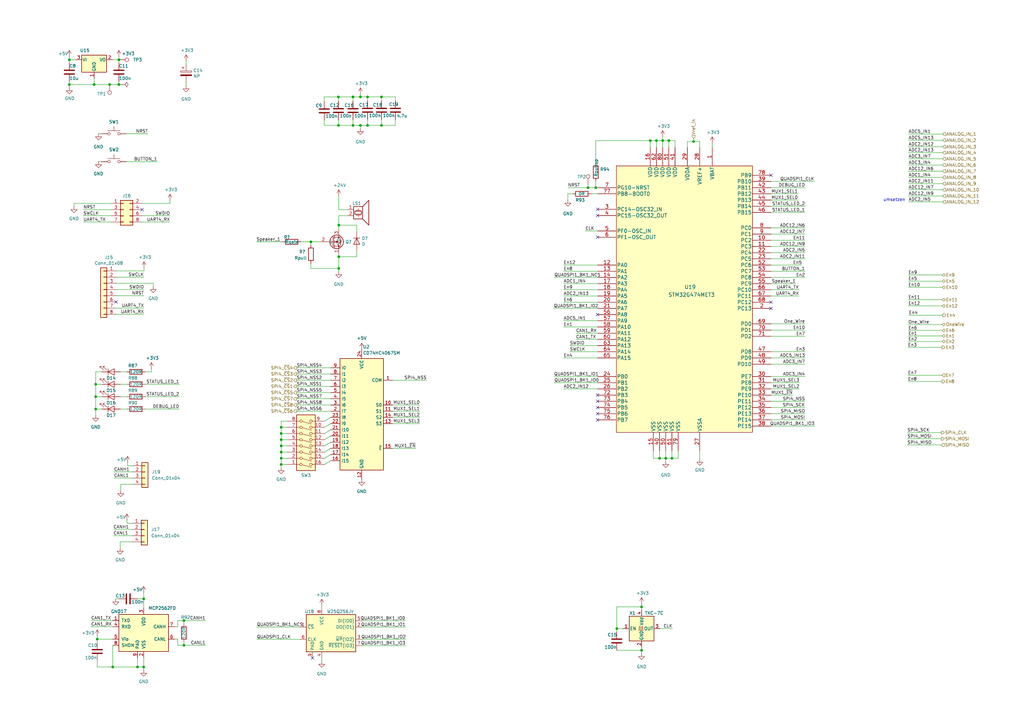
<source format=kicad_sch>
(kicad_sch (version 20211123) (generator eeschema)
  (paper "A3")
  (junction (at 28.448 24.511))
  (junction (at 138.811 51.435))
  (junction (at 138.811 39.751))
  (junction (at 39.878 262.128))
  (junction (at 156.464 51.435))
  (junction (at 271.78 57.658))
  (junction (at 44.958 34.671))
  (junction (at 115.316 190.5))
  (junction (at 39.243 162.687))
  (junction (at 48.768 24.511))
  (junction (at 58.928 245.618))
  (junction (at 39.243 167.767))
  (junction (at 75.438 264.668))
  (junction (at 138.938 110.109))
  (junction (at 28.448 34.671))
  (junction (at 252.984 257.81))
  (junction (at 150.749 39.751))
  (junction (at 115.316 175.26))
  (junction (at 284.48 58.039))
  (junction (at 138.938 92.329))
  (junction (at 39.243 157.607))
  (junction (at 266.7 57.658))
  (junction (at 115.316 180.34))
  (junction (at 115.316 187.96))
  (junction (at 144.78 39.751))
  (junction (at 147.828 39.751))
  (junction (at 241.173 76.962))
  (junction (at 156.464 39.751))
  (junction (at 46.228 273.558))
  (junction (at 138.938 105.283))
  (junction (at 48.768 34.671))
  (junction (at 270.51 187.96))
  (junction (at 115.316 182.88))
  (junction (at 58.928 273.558))
  (junction (at 275.59 187.96))
  (junction (at 150.749 51.435))
  (junction (at 263.144 248.92))
  (junction (at 263.144 266.7))
  (junction (at 38.608 34.671))
  (junction (at 56.388 273.558))
  (junction (at 147.828 51.435))
  (junction (at 75.438 254.508))
  (junction (at 115.316 177.8))
  (junction (at 127.508 99.187))
  (junction (at 273.05 187.96))
  (junction (at 269.24 57.658))
  (junction (at 274.32 57.658))
  (junction (at 244.348 76.962))
  (junction (at 144.78 51.435))
  (junction (at 115.316 185.42))
  (no_connect (at 245.11 162.052))
  (no_connect (at 245.11 164.592))
  (no_connect (at 316.23 123.952))
  (no_connect (at 245.11 167.132))
  (no_connect (at 128.143 269.875))
  (no_connect (at 316.23 71.882))
  (no_connect (at 245.11 129.032))
  (no_connect (at 47.625 123.825))
  (no_connect (at 245.11 169.672))
  (no_connect (at 245.11 172.212))
  (no_connect (at 245.11 85.852))
  (no_connect (at 245.11 88.392))
  (no_connect (at 245.11 97.282))
  (no_connect (at 316.23 126.492))
  (no_connect (at 58.293 85.979))
  (wire (pts (xy 49.403 157.607) (xy 51.943 157.607)))
  (wire (pts (xy 127.508 110.109) (xy 138.938 110.109)))
  (wire (pts (xy 245.11 126.492) (xy 227.076 126.492)))
  (wire (pts (xy 325.12 162.052) (xy 316.23 162.052)))
  (wire (pts (xy 38.608 34.671) (xy 28.448 34.671)))
  (wire (pts (xy 386.334 156.464) (xy 372.364 156.464)))
  (wire (pts (xy 231.14 123.952) (xy 245.11 123.952)))
  (wire (pts (xy 244.348 76.962) (xy 245.11 76.962)))
  (wire (pts (xy 133.096 175.26) (xy 135.636 173.736)))
  (wire (pts (xy 59.055 113.665) (xy 47.625 113.665)))
  (wire (pts (xy 330.2 169.672) (xy 316.23 169.672)))
  (wire (pts (xy 372.618 67.691) (xy 386.588 67.691)))
  (wire (pts (xy 386.588 54.991) (xy 372.618 54.991)))
  (wire (pts (xy 115.316 175.26) (xy 115.316 172.72)))
  (wire (pts (xy 39.878 262.128) (xy 39.878 263.398)))
  (wire (pts (xy 263.144 248.92) (xy 252.984 248.92)))
  (wire (pts (xy 62.865 116.205) (xy 47.625 116.205)))
  (wire (pts (xy 72.898 264.668) (xy 72.898 262.128)))
  (wire (pts (xy 372.618 75.311) (xy 386.588 75.311)))
  (wire (pts (xy 150.749 51.435) (xy 156.464 51.435)))
  (wire (pts (xy 127.508 108.077) (xy 127.508 110.109)))
  (wire (pts (xy 54.102 219.71) (xy 46.482 219.71)))
  (wire (pts (xy 115.316 177.8) (xy 115.316 175.26)))
  (wire (pts (xy 292.1 58.674) (xy 292.1 60.452)))
  (wire (pts (xy 144.78 51.435) (xy 147.828 51.435)))
  (wire (pts (xy 330.2 106.172) (xy 316.23 106.172)))
  (wire (pts (xy 227.33 113.792) (xy 245.11 113.792)))
  (wire (pts (xy 28.448 24.511) (xy 28.448 23.241)))
  (wire (pts (xy 161.036 173.736) (xy 172.212 173.736)))
  (wire (pts (xy 241.173 76.962) (xy 244.348 76.962)))
  (wire (pts (xy 28.448 34.671) (xy 28.448 33.401)))
  (wire (pts (xy 372.618 82.804) (xy 386.588 82.804)))
  (wire (pts (xy 273.05 184.912) (xy 273.05 187.96)))
  (wire (pts (xy 58.928 269.748) (xy 58.928 273.558)))
  (wire (pts (xy 135.636 155.956) (xy 121.666 155.956)))
  (wire (pts (xy 138.811 49.149) (xy 138.811 51.435)))
  (wire (pts (xy 245.11 146.812) (xy 231.14 146.812)))
  (wire (pts (xy 133.096 185.42) (xy 135.636 183.896)))
  (wire (pts (xy 41.783 157.607) (xy 39.243 157.607)))
  (wire (pts (xy 244.348 57.658) (xy 266.7 57.658)))
  (wire (pts (xy 62.865 116.205) (xy 62.865 117.475)))
  (wire (pts (xy 30.353 83.439) (xy 30.353 84.709)))
  (wire (pts (xy 30.988 24.511) (xy 28.448 24.511)))
  (wire (pts (xy 281.94 60.452) (xy 281.94 58.039)))
  (wire (pts (xy 58.928 245.618) (xy 56.388 245.618)))
  (wire (pts (xy 115.316 190.5) (xy 115.316 191.77)))
  (wire (pts (xy 59.055 126.365) (xy 47.625 126.365)))
  (wire (pts (xy 263.144 248.92) (xy 263.144 247.65)))
  (wire (pts (xy 274.32 57.658) (xy 274.32 60.452)))
  (wire (pts (xy 146.304 102.743) (xy 146.304 105.283)))
  (wire (pts (xy 75.438 263.398) (xy 75.438 264.668)))
  (wire (pts (xy 41.783 152.527) (xy 39.243 152.527)))
  (wire (pts (xy 148.463 257.175) (xy 166.37 257.175)))
  (wire (pts (xy 117.856 180.34) (xy 115.316 180.34)))
  (wire (pts (xy 138.938 80.391) (xy 138.938 85.979)))
  (wire (pts (xy 372.491 112.776) (xy 386.461 112.776)))
  (wire (pts (xy 275.59 187.96) (xy 278.13 187.96)))
  (wire (pts (xy 76.327 26.289) (xy 76.327 25.019)))
  (wire (pts (xy 132.969 49.276) (xy 132.969 51.435)))
  (wire (pts (xy 316.23 159.512) (xy 327.914 159.512)))
  (wire (pts (xy 147.828 38.608) (xy 147.828 39.751)))
  (wire (pts (xy 316.23 108.712) (xy 328.93 108.712)))
  (wire (pts (xy 271.78 57.658) (xy 274.32 57.658)))
  (wire (pts (xy 37.338 257.048) (xy 46.228 257.048)))
  (wire (pts (xy 49.403 167.767) (xy 51.943 167.767)))
  (wire (pts (xy 138.938 110.109) (xy 138.938 111.379)))
  (wire (pts (xy 59.055 121.285) (xy 47.625 121.285)))
  (wire (pts (xy 133.096 182.88) (xy 135.636 181.356)))
  (wire (pts (xy 48.768 245.618) (xy 47.498 245.618)))
  (wire (pts (xy 48.768 24.511) (xy 48.768 25.781)))
  (wire (pts (xy 47.625 118.745) (xy 59.055 118.745)))
  (wire (pts (xy 41.656 54.864) (xy 40.386 54.864)))
  (wire (pts (xy 41.783 167.767) (xy 39.243 167.767)))
  (wire (pts (xy 231.14 118.872) (xy 245.11 118.872)))
  (wire (pts (xy 34.163 91.059) (xy 45.593 91.059)))
  (wire (pts (xy 386.588 65.151) (xy 372.618 65.151)))
  (wire (pts (xy 58.928 273.558) (xy 56.388 273.558)))
  (wire (pts (xy 72.898 254.508) (xy 72.898 257.048)))
  (wire (pts (xy 133.096 187.96) (xy 135.636 186.436)))
  (wire (pts (xy 58.928 274.828) (xy 58.928 273.558)))
  (wire (pts (xy 39.243 152.527) (xy 39.243 157.607)))
  (wire (pts (xy 252.984 257.81) (xy 252.984 259.08)))
  (wire (pts (xy 372.618 77.851) (xy 386.588 77.851)))
  (wire (pts (xy 330.2 172.212) (xy 316.23 172.212)))
  (wire (pts (xy 58.928 245.618) (xy 58.928 243.078)))
  (wire (pts (xy 56.388 269.748) (xy 56.388 273.558)))
  (wire (pts (xy 115.316 180.34) (xy 115.316 177.8)))
  (wire (pts (xy 115.316 172.72) (xy 117.856 172.72)))
  (wire (pts (xy 316.23 132.842) (xy 330.2 132.842)))
  (wire (pts (xy 28.448 25.781) (xy 28.448 24.511)))
  (wire (pts (xy 242.443 79.502) (xy 245.11 79.502)))
  (wire (pts (xy 275.59 184.912) (xy 275.59 187.96)))
  (wire (pts (xy 46.228 273.558) (xy 39.878 273.558)))
  (wire (pts (xy 48.768 24.511) (xy 46.228 24.511)))
  (wire (pts (xy 135.636 150.876) (xy 121.666 150.876)))
  (wire (pts (xy 39.243 167.767) (xy 39.243 170.307)))
  (wire (pts (xy 273.05 187.96) (xy 273.05 189.23)))
  (wire (pts (xy 105.283 257.175) (xy 123.063 257.175)))
  (wire (pts (xy 117.856 175.26) (xy 115.316 175.26)))
  (wire (pts (xy 236.22 139.192) (xy 245.11 139.192)))
  (wire (pts (xy 147.828 51.435) (xy 150.749 51.435)))
  (wire (pts (xy 75.438 264.668) (xy 84.328 264.668)))
  (wire (pts (xy 132.969 51.435) (xy 138.811 51.435)))
  (wire (pts (xy 227.203 154.432) (xy 245.11 154.432)))
  (wire (pts (xy 46.228 264.668) (xy 46.228 273.558)))
  (wire (pts (xy 117.856 190.5) (xy 115.316 190.5)))
  (wire (pts (xy 133.096 180.34) (xy 135.636 178.816)))
  (wire (pts (xy 58.928 249.428) (xy 58.928 245.618)))
  (wire (pts (xy 138.938 104.267) (xy 138.938 105.283)))
  (wire (pts (xy 245.11 111.252) (xy 231.14 111.252)))
  (wire (pts (xy 54.356 196.088) (xy 46.736 196.088)))
  (wire (pts (xy 316.23 93.472) (xy 330.2 93.472)))
  (wire (pts (xy 39.243 162.687) (xy 39.243 167.767)))
  (wire (pts (xy 44.958 34.671) (xy 38.608 34.671)))
  (wire (pts (xy 115.316 182.88) (xy 115.316 185.42)))
  (wire (pts (xy 287.02 184.912) (xy 287.02 188.341)))
  (wire (pts (xy 386.715 129.286) (xy 372.745 129.286)))
  (wire (pts (xy 144.78 49.149) (xy 144.78 51.435)))
  (wire (pts (xy 133.096 172.72) (xy 135.636 171.196)))
  (wire (pts (xy 115.316 177.8) (xy 117.856 177.8)))
  (wire (pts (xy 75.438 264.668) (xy 72.898 264.668)))
  (wire (pts (xy 59.563 167.767) (xy 73.533 167.767)))
  (wire (pts (xy 123.444 99.187) (xy 127.508 99.187)))
  (wire (pts (xy 372.618 70.231) (xy 386.588 70.231)))
  (wire (pts (xy 372.491 115.316) (xy 386.461 115.316)))
  (wire (pts (xy 49.276 222.25) (xy 54.102 222.25)))
  (wire (pts (xy 372.491 122.936) (xy 386.461 122.936)))
  (wire (pts (xy 162.179 51.435) (xy 162.179 49.022)))
  (wire (pts (xy 252.984 248.92) (xy 252.984 257.81)))
  (wire (pts (xy 58.293 91.059) (xy 69.723 91.059)))
  (wire (pts (xy 244.348 66.802) (xy 244.348 57.658)))
  (wire (pts (xy 135.636 158.496) (xy 121.666 158.496)))
  (wire (pts (xy 59.563 157.607) (xy 73.533 157.607)))
  (wire (pts (xy 51.816 66.294) (xy 64.516 66.294)))
  (wire (pts (xy 135.636 153.416) (xy 121.666 153.416)))
  (wire (pts (xy 69.723 83.439) (xy 69.723 82.169)))
  (wire (pts (xy 54.356 193.548) (xy 46.736 193.548)))
  (wire (pts (xy 263.144 267.97) (xy 263.144 266.7)))
  (wire (pts (xy 267.97 187.96) (xy 270.51 187.96)))
  (wire (pts (xy 28.448 35.941) (xy 28.448 34.671)))
  (wire (pts (xy 263.144 250.19) (xy 263.144 248.92)))
  (wire (pts (xy 271.78 56.134) (xy 271.78 57.658)))
  (wire (pts (xy 47.625 128.905) (xy 59.055 128.905)))
  (wire (pts (xy 127.508 99.187) (xy 131.318 99.187)))
  (wire (pts (xy 52.07 213.36) (xy 52.07 214.63)))
  (wire (pts (xy 316.23 116.332) (xy 326.39 116.332)))
  (wire (pts (xy 34.163 88.519) (xy 45.593 88.519)))
  (wire (pts (xy 316.23 174.752) (xy 334.137 174.752)))
  (wire (pts (xy 47.625 111.125) (xy 59.055 111.125)))
  (wire (pts (xy 48.768 23.241) (xy 48.768 24.511)))
  (wire (pts (xy 144.78 39.751) (xy 144.78 41.529)))
  (wire (pts (xy 58.293 88.519) (xy 69.723 88.519)))
  (wire (pts (xy 59.055 111.125) (xy 59.055 109.855)))
  (wire (pts (xy 135.636 168.656) (xy 121.666 168.656)))
  (wire (pts (xy 244.348 74.422) (xy 244.348 76.962)))
  (wire (pts (xy 330.2 135.382) (xy 316.23 135.382)))
  (wire (pts (xy 156.464 39.751) (xy 162.179 39.751)))
  (wire (pts (xy 49.53 198.628) (xy 49.53 201.168)))
  (wire (pts (xy 255.524 257.81) (xy 252.984 257.81)))
  (wire (pts (xy 138.938 92.329) (xy 138.938 94.107)))
  (wire (pts (xy 330.2 113.792) (xy 316.23 113.792)))
  (wire (pts (xy 76.327 35.179) (xy 76.327 33.909)))
  (wire (pts (xy 135.636 166.116) (xy 121.666 166.116)))
  (wire (pts (xy 330.2 96.012) (xy 316.23 96.012)))
  (wire (pts (xy 232.918 76.962) (xy 241.173 76.962)))
  (wire (pts (xy 316.23 137.922) (xy 330.2 137.922)))
  (wire (pts (xy 37.338 254.508) (xy 46.228 254.508)))
  (wire (pts (xy 144.78 39.751) (xy 147.828 39.751)))
  (wire (pts (xy 245.11 108.712) (xy 231.14 108.712)))
  (wire (pts (xy 316.23 76.962) (xy 330.2 76.962)))
  (wire (pts (xy 386.334 153.924) (xy 372.364 153.924)))
  (wire (pts (xy 372.364 142.494) (xy 386.334 142.494)))
  (wire (pts (xy 269.24 57.658) (xy 269.24 60.452)))
  (wire (pts (xy 147.828 39.751) (xy 150.749 39.751)))
  (wire (pts (xy 372.618 72.771) (xy 386.588 72.771)))
  (wire (pts (xy 156.464 51.435) (xy 162.179 51.435)))
  (wire (pts (xy 133.096 177.8) (xy 135.636 176.276)))
  (wire (pts (xy 117.856 182.88) (xy 115.316 182.88)))
  (wire (pts (xy 62.103 151.257) (xy 62.103 152.527)))
  (wire (pts (xy 278.13 187.96) (xy 278.13 184.912)))
  (wire (pts (xy 46.228 262.128) (xy 39.878 262.128)))
  (wire (pts (xy 236.22 136.652) (xy 245.11 136.652)))
  (wire (pts (xy 273.05 187.96) (xy 275.59 187.96)))
  (wire (pts (xy 75.438 255.778) (xy 75.438 254.508)))
  (wire (pts (xy 245.11 156.972) (xy 227.33 156.972)))
  (wire (pts (xy 276.86 57.658) (xy 276.86 60.452)))
  (wire (pts (xy 133.096 190.5) (xy 135.636 188.976)))
  (wire (pts (xy 284.48 58.039) (xy 287.02 58.039)))
  (wire (pts (xy 117.856 185.42) (xy 115.316 185.42)))
  (wire (pts (xy 316.23 82.042) (xy 327.279 82.042)))
  (wire (pts (xy 132.969 39.751) (xy 138.811 39.751)))
  (wire (pts (xy 330.2 103.632) (xy 316.23 103.632)))
  (wire (pts (xy 266.7 57.658) (xy 266.7 60.452)))
  (wire (pts (xy 117.856 187.96) (xy 115.316 187.96)))
  (wire (pts (xy 386.588 62.611) (xy 372.618 62.611)))
  (wire (pts (xy 127.508 100.457) (xy 127.508 99.187)))
  (wire (pts (xy 284.48 56.769) (xy 284.48 58.039)))
  (wire (pts (xy 138.938 88.519) (xy 138.938 92.329)))
  (wire (pts (xy 241.173 76.962) (xy 241.173 75.692)))
  (wire (pts (xy 161.036 168.656) (xy 172.212 168.656)))
  (wire (pts (xy 161.036 183.896) (xy 170.561 183.896)))
  (wire (pts (xy 135.636 161.036) (xy 121.666 161.036)))
  (wire (pts (xy 270.51 184.912) (xy 270.51 187.96)))
  (wire (pts (xy 49.53 198.628) (xy 54.356 198.628)))
  (wire (pts (xy 105.156 99.187) (xy 115.824 99.187)))
  (wire (pts (xy 62.103 152.527) (xy 59.563 152.527)))
  (wire (pts (xy 274.32 57.658) (xy 276.86 57.658)))
  (wire (pts (xy 138.811 39.751) (xy 144.78 39.751)))
  (wire (pts (xy 330.2 154.432) (xy 316.23 154.432)))
  (wire (pts (xy 161.036 166.116) (xy 172.212 166.116)))
  (wire (pts (xy 39.243 157.607) (xy 39.243 162.687)))
  (wire (pts (xy 316.23 144.272) (xy 330.2 144.272)))
  (wire (pts (xy 386.461 140.081) (xy 372.491 140.081)))
  (wire (pts (xy 240.03 94.742) (xy 245.11 94.742)))
  (wire (pts (xy 245.11 159.512) (xy 231.14 159.512)))
  (wire (pts (xy 232.918 82.042) (xy 232.918 79.502)))
  (wire (pts (xy 372.11 182.499) (xy 386.08 182.499)))
  (wire (pts (xy 58.293 83.439) (xy 69.723 83.439)))
  (wire (pts (xy 287.02 58.039) (xy 287.02 60.452)))
  (wire (pts (xy 146.304 105.283) (xy 138.938 105.283)))
  (wire (pts (xy 48.768 33.401) (xy 48.768 34.671)))
  (wire (pts (xy 372.11 179.959) (xy 386.08 179.959)))
  (wire (pts (xy 330.2 87.122) (xy 316.23 87.122)))
  (wire (pts (xy 41.656 66.294) (xy 40.386 66.294)))
  (wire (pts (xy 148.463 264.795) (xy 166.37 264.795)))
  (wire (pts (xy 38.608 34.671) (xy 38.608 32.131)))
  (wire (pts (xy 52.07 214.63) (xy 54.102 214.63)))
  (wire (pts (xy 386.08 177.419) (xy 372.11 177.419)))
  (wire (pts (xy 269.24 57.658) (xy 271.78 57.658)))
  (wire (pts (xy 115.316 182.88) (xy 115.316 180.34)))
  (wire (pts (xy 52.324 191.008) (xy 54.356 191.008)))
  (wire (pts (xy 372.618 80.391) (xy 386.588 80.391)))
  (wire (pts (xy 138.811 39.751) (xy 138.811 41.529)))
  (wire (pts (xy 51.943 152.527) (xy 49.403 152.527)))
  (wire (pts (xy 275.844 257.81) (xy 270.764 257.81)))
  (wire (pts (xy 270.51 187.96) (xy 273.05 187.96)))
  (wire (pts (xy 316.23 167.132) (xy 330.2 167.132)))
  (wire (pts (xy 316.23 146.812) (xy 330.2 146.812)))
  (wire (pts (xy 161.036 155.956) (xy 175.006 155.956)))
  (wire (pts (xy 334.01 74.422) (xy 316.23 74.422)))
  (wire (pts (xy 156.464 39.751) (xy 156.464 41.402)))
  (wire (pts (xy 41.783 162.687) (xy 39.243 162.687)))
  (wire (pts (xy 105.283 262.255) (xy 123.063 262.255)))
  (wire (pts (xy 150.749 49.022) (xy 150.749 51.435)))
  (wire (pts (xy 316.23 156.972) (xy 327.914 156.972)))
  (wire (pts (xy 161.036 171.196) (xy 172.212 171.196)))
  (wire (pts (xy 316.23 84.582) (xy 330.2 84.582)))
  (wire (pts (xy 131.953 249.555) (xy 131.953 248.285)))
  (wire (pts (xy 386.461 133.096) (xy 372.491 133.096)))
  (wire (pts (xy 59.563 162.687) (xy 73.533 162.687)))
  (wire (pts (xy 232.918 79.502) (xy 234.823 79.502)))
  (wire (pts (xy 131.953 269.875) (xy 131.953 271.145)))
  (wire (pts (xy 245.11 116.332) (xy 231.14 116.332)))
  (wire (pts (xy 386.588 60.198) (xy 372.618 60.198)))
  (wire (pts (xy 316.23 79.502) (xy 327.279 79.502)))
  (wire (pts (xy 372.491 117.856) (xy 386.461 117.856)))
  (wire (pts (xy 30.353 83.439) (xy 45.593 83.439)))
  (wire (pts (xy 147.828 51.435) (xy 147.828 52.705)))
  (wire (pts (xy 233.68 144.272) (xy 245.11 144.272)))
  (wire (pts (xy 330.2 149.352) (xy 316.23 149.352)))
  (wire (pts (xy 71.628 257.048) (xy 72.898 257.048)))
  (wire (pts (xy 156.464 49.022) (xy 156.464 51.435)))
  (wire (pts (xy 271.78 57.658) (xy 271.78 60.452)))
  (wire (pts (xy 138.938 105.283) (xy 138.938 110.109)))
  (wire (pts (xy 115.316 187.96) (xy 115.316 190.5)))
  (wire (pts (xy 142.494 88.519) (xy 138.938 88.519)))
  (wire (pts (xy 135.636 163.576) (xy 121.666 163.576)))
  (wire (pts (xy 146.304 92.329) (xy 138.938 92.329)))
  (wire (pts (xy 54.102 217.17) (xy 46.482 217.17)))
  (wire (pts (xy 49.276 222.25) (xy 49.276 224.79)))
  (wire (pts (xy 138.938 85.979) (xy 142.494 85.979)))
  (wire (pts (xy 150.749 39.751) (xy 156.464 39.751)))
  (wire (pts (xy 316.23 121.412) (xy 327.66 121.412)))
  (wire (pts (xy 330.2 98.552) (xy 316.23 98.552)))
  (wire (pts (xy 330.2 101.092) (xy 316.23 101.092)))
  (wire (pts (xy 51.943 162.687) (xy 49.403 162.687)))
  (wire (pts (xy 72.898 254.508) (xy 75.438 254.508)))
  (wire (pts (xy 39.878 262.128) (xy 39.878 260.858)))
  (wire (pts (xy 34.163 85.979) (xy 45.593 85.979)))
  (wire (pts (xy 245.11 141.732) (xy 233.68 141.732)))
  (wire (pts (xy 56.388 273.558) (xy 46.228 273.558)))
  (wire (pts (xy 386.461 137.795) (xy 372.491 137.795)))
  (wire (pts (xy 75.438 254.508) (xy 84.328 254.508)))
  (wire (pts (xy 148.463 254.635) (xy 166.243 254.635)))
  (wire (pts (xy 252.984 266.7) (xy 263.144 266.7)))
  (wire (pts (xy 132.969 41.656) (xy 132.969 39.751)))
  (wire (pts (xy 231.14 131.572) (xy 245.11 131.572)))
  (wire (pts (xy 115.316 185.42) (xy 115.316 187.96)))
  (wire (pts (xy 266.7 57.658) (xy 269.24 57.658)))
  (wire (pts (xy 245.11 121.412) (xy 231.14 121.412)))
  (wire (pts (xy 327.66 118.872) (xy 316.23 118.872)))
  (wire (pts (xy 50.038 34.671) (xy 48.768 34.671)))
  (wire (pts (xy 148.463 262.255) (xy 166.497 262.255)))
  (wire (pts (xy 162.179 39.751) (xy 162.179 41.402)))
  (wire (pts (xy 281.94 58.039) (xy 284.48 58.039)))
  (wire (pts (xy 48.768 34.671) (xy 44.958 34.671)))
  (wire (pts (xy 245.11 134.112) (xy 231.14 134.112)))
  (wire (pts (xy 51.816 54.864) (xy 60.706 54.864)))
  (wire (pts (xy 316.23 111.252) (xy 330.2 111.252)))
  (wire (pts (xy 52.324 189.738) (xy 52.324 191.008)))
  (wire (pts (xy 150.749 39.751) (xy 150.749 41.402)))
  (wire (pts (xy 316.23 164.592) (xy 330.2 164.592)))
  (wire (pts (xy 263.144 266.7) (xy 263.144 265.43)))
  (wire (pts (xy 372.491 125.476) (xy 386.461 125.476)))
  (wire (pts (xy 386.588 57.531) (xy 372.618 57.531)))
  (wire (pts (xy 386.461 135.509) (xy 372.491 135.509)))
  (wire (pts (xy 39.878 273.558) (xy 39.878 271.018)))
  (wire (pts (xy 138.811 51.435) (xy 144.78 51.435)))
  (wire (pts (xy 267.97 184.912) (xy 267.97 187.96)))
  (wire (pts (xy 72.898 262.128) (xy 71.628 262.128)))
  (wire (pts (xy 146.304 95.123) (xy 146.304 92.329)))
  (text "umsetzen" (at 362.204 82.804 0) (effects (font (size 1.27 1.27)) (justify left bottom)))
  (label "MUX1_SEL2" (at 172.212 171.196 180))
  (label "SWCLK" (at 59.055 113.665 180))
  (label "SWDIO" (at 69.723 88.519 180))
  (label "ADC12_IN9" (at 372.618 80.391 0))
  (label "CANL1" (at 46.482 219.71 0))
  (label "ADC3_IN4" (at 372.618 67.691 0))
  (label "ADC5_IN13" (at 330.2 146.812 180))
  (label "ADC1_IN4" (at 372.618 72.771 0))
  (label "En4" (at 231.14 146.812 0))
  (label "MUX1_SEL0" (at 172.212 166.116 180))
  (label "CAN1_TX" (at 37.338 254.508 0))
  (label "En6" (at 372.491 135.509 0))
  (label "En8" (at 372.364 156.464 0))
  (label "MUX1_SEL3" (at 172.212 173.736 180))
  (label "ADC12_IN6" (at 330.2 93.472 180))
  (label "ADC12_IN7" (at 372.618 77.851 0))
  (label "QUADSPI1_BK1_IO3" (at 334.137 174.752 180))
  (label "ADC3_IN7" (at 372.618 65.151 0))
  (label "SPI4_NSS6" (at 121.666 168.656 0))
  (label "En12" (at 231.14 108.712 0))
  (label "QUADSPI1_BK1_IO1" (at 166.37 257.175 180))
  (label "QUADSPI1_BK1_NCS" (at 227.33 113.792 0))
  (label "SPI4_MISO" (at 372.11 182.499 0))
  (label "QUADSPI1_BK1_NCS" (at 105.283 257.175 0))
  (label "ADC1_IN4" (at 231.14 116.332 0))
  (label "En6" (at 231.14 123.952 0))
  (label "ADC2_IN13" (at 231.14 121.412 0))
  (label "ADC3_IN7" (at 330.2 149.352 180))
  (label "MUX1_SEL0" (at 327.279 82.042 180))
  (label "SPI4_NSS" (at 330.2 164.592 180))
  (label "QUADSPI1_BK1_IO2" (at 166.497 262.255 180))
  (label "STATUS_LED_1" (at 330.2 87.122 180))
  (label "One_Wire" (at 330.2 132.842 180))
  (label "DEBUG_LED" (at 330.2 76.962 180))
  (label "SPI4_NSS5" (at 121.666 161.036 0))
  (label "SWCLK" (at 233.68 144.272 0))
  (label "MUX1_~{EN}" (at 325.12 162.052 180))
  (label "CANH1" (at 84.328 254.508 180))
  (label "MUX1_~{EN}" (at 170.561 183.896 180))
  (label "BUTTON_1" (at 64.516 66.294 180))
  (label "En11" (at 330.2 98.552 180))
  (label "En1" (at 372.491 137.795 0))
  (label "CANH1" (at 46.482 217.17 0))
  (label "MUX1_SEL1" (at 327.279 79.502 180))
  (label "ADC2_IN5" (at 372.618 82.804 0))
  (label "CANL1" (at 46.736 196.088 0))
  (label "ADC3_IN4" (at 330.2 154.432 180))
  (label "CANL1" (at 84.328 264.668 180))
  (label "En8" (at 231.14 111.252 0))
  (label "SPI4_NSS1" (at 121.666 158.496 0))
  (label "En2" (at 372.491 140.081 0))
  (label "SWDIO" (at 233.68 141.732 0))
  (label "ADC5_IN1" (at 372.618 54.991 0))
  (label "ADC12_IN9" (at 330.2 101.092 180))
  (label "UART4_RX" (at 69.723 91.059 180))
  (label "UART4_TX" (at 34.163 91.059 0))
  (label "En4" (at 372.745 129.286 0))
  (label "SPI4_NSS4" (at 121.666 150.876 0))
  (label "NRST" (at 60.706 54.864 180))
  (label "En10" (at 372.491 117.856 0))
  (label "One_Wire" (at 372.491 133.096 0))
  (label "UART4_TX" (at 327.66 118.872 180))
  (label "En12" (at 372.491 125.476 0))
  (label "CLK" (at 240.03 94.742 0))
  (label "CAN1_RX" (at 37.338 257.048 0))
  (label "ADC2_IN12" (at 372.618 60.198 0))
  (label "En9" (at 231.14 118.872 0))
  (label "Speaker_1" (at 105.156 99.187 0))
  (label "UART4_RX" (at 327.66 121.412 180))
  (label "NRST" (at 34.163 85.979 0))
  (label "CAN1_TX" (at 236.22 139.192 0))
  (label "STATUS_LED_2" (at 73.533 162.687 180))
  (label "CAN1_RX" (at 236.22 136.652 0))
  (label "QUADSPI1_BK1_IO2" (at 227.076 126.492 0))
  (label "QUADSPI1_BK1_IO1" (at 227.203 154.432 0))
  (label "En7" (at 372.364 153.924 0))
  (label "En5" (at 372.491 115.316 0))
  (label "ADC2_IN5" (at 330.2 103.632 180))
  (label "SPI4_NSS" (at 175.006 155.956 180))
  (label "Speaker_1" (at 326.39 116.332 180))
  (label "ADC5_IN13" (at 372.618 57.531 0))
  (label "SPI4_NSS8" (at 121.666 166.116 0))
  (label "En2" (at 330.2 113.792 180))
  (label "QUADSPI1_BK1_IO0" (at 166.243 254.635 180))
  (label "DEBUG_LED" (at 73.533 167.767 180))
  (label "UART4_RX" (at 59.055 128.905 180))
  (label "En11" (at 372.491 122.936 0))
  (label "ADC2_IN11" (at 372.618 75.311 0))
  (label "En3" (at 330.2 144.272 180))
  (label "SPI4_MOSI" (at 372.11 179.959 0))
  (label "BUTTON_1" (at 330.2 111.252 180))
  (label "MUX1_SEL1" (at 172.212 168.656 180))
  (label "SPI4_SCK" (at 330.2 167.132 180))
  (label "En3" (at 372.364 142.494 0))
  (label "QUADSPI1_CLK" (at 105.283 262.255 0))
  (label "UART4_TX" (at 59.055 126.365 180))
  (label "MUX1_SEL3" (at 327.914 156.972 180))
  (label "SPI4_SCK" (at 372.11 177.419 0))
  (label "SPI4_MISO" (at 330.2 169.672 180))
  (label "ADC2_IN13" (at 372.618 62.611 0))
  (label "CANH1" (at 46.736 193.548 0))
  (label "SPI4_NSS2" (at 121.666 155.956 0))
  (label "SWCLK" (at 34.163 88.519 0))
  (label "En9" (at 372.491 112.776 0))
  (label "NRST" (at 59.055 121.285 180))
  (label "NRST" (at 232.918 76.962 0))
  (label "En1" (at 231.14 134.112 0))
  (label "STATUS_LED_1" (at 73.533 157.607 180))
  (label "MUX1_SEL2" (at 327.914 159.512 180))
  (label "En5" (at 328.93 108.712 180))
  (label "ADC2_IN12" (at 231.14 159.512 0))
  (label "SWDIO" (at 59.055 118.745 180))
  (label "En7" (at 330.2 137.922 180))
  (label "QUADSPI1_BK1_IO3" (at 166.37 264.795 180))
  (label "STATUS_LED_2" (at 330.2 84.582 180))
  (label "ADC12_IN7" (at 330.2 96.012 180))
  (label "ADC12_IN6" (at 372.618 70.231 0))
  (label "ADC2_IN11" (at 330.2 106.172 180))
  (label "QUADSPI1_BK1_IO0" (at 227.33 156.972 0))
  (label "SPI4_NSS3" (at 121.666 153.416 0))
  (label "En10" (at 330.2 135.382 180))
  (label "ADC5_IN1" (at 231.14 131.572 0))
  (label "CLK" (at 275.844 257.81 180))
  (label "SPI4_NSS7" (at 121.666 163.576 0))
  (label "QUADSPI1_CLK" (at 334.01 74.422 180))
  (label "SPI4_MOSI" (at 330.2 172.212 180))
  (hierarchical_label "ANALOG_IN_12" (shape input) (at 386.588 82.804 0))
  (hierarchical_label "En10" (shape bidirectional) (at 386.461 117.856 0))
  (hierarchical_label "SPI4_~{CS}8" (shape output) (at 121.666 166.116 180))
  (hierarchical_label "En7" (shape input) (at 386.334 153.924 0))
  (hierarchical_label "SPI4_~{CS}6" (shape output) (at 121.666 168.656 180))
  (hierarchical_label "ANALOG_IN_5" (shape input) (at 386.588 65.151 0))
  (hierarchical_label "En2" (shape bidirectional) (at 386.461 140.081 0))
  (hierarchical_label "ANALOG_IN_7" (shape input) (at 386.588 70.231 0))
  (hierarchical_label "SPI4_~{CS}7" (shape output) (at 121.666 163.576 180))
  (hierarchical_label "SPI4_~{CS}1" (shape output) (at 121.666 158.496 180))
  (hierarchical_label "ANALOG_IN_2" (shape input) (at 386.588 57.531 0))
  (hierarchical_label "SPI4_~{CS}2" (shape output) (at 121.666 155.956 180))
  (hierarchical_label "En8" (shape output) (at 386.334 156.464 0))
  (hierarchical_label "En11" (shape bidirectional) (at 386.461 122.936 0))
  (hierarchical_label "SPI4_~{CS}5" (shape output) (at 121.666 161.036 180))
  (hierarchical_label "ANALOG_IN_8" (shape input) (at 386.588 72.771 0))
  (hierarchical_label "En3" (shape output) (at 386.334 142.494 0))
  (hierarchical_label "En6" (shape bidirectional) (at 386.461 135.509 0))
  (hierarchical_label "ANALOG_IN_1" (shape input) (at 386.588 54.991 0))
  (hierarchical_label "En12" (shape bidirectional) (at 386.461 125.476 0))
  (hierarchical_label "SPI4_MISO" (shape input) (at 386.08 182.499 0))
  (hierarchical_label "ANALOG_IN_6" (shape input) (at 386.588 67.691 0))
  (hierarchical_label "ANALOG_IN_4" (shape input) (at 386.588 62.611 0))
  (hierarchical_label "Vref_in" (shape input) (at 284.48 56.769 90))
  (hierarchical_label "ANALOG_IN_11" (shape input) (at 386.588 80.391 0))
  (hierarchical_label "ANALOG_IN_3" (shape input) (at 386.588 60.198 0))
  (hierarchical_label "OneWire" (shape bidirectional) (at 386.461 133.096 0))
  (hierarchical_label "SPI4_CLK" (shape output) (at 386.08 177.419 0))
  (hierarchical_label "SPI4_~{CS}3" (shape output) (at 121.666 153.416 180))
  (hierarchical_label "En9" (shape bidirectional) (at 386.461 112.776 0))
  (hierarchical_label "SPI4_~{CS}4" (shape output) (at 121.666 150.876 180))
  (hierarchical_label "ANALOG_IN_9" (shape input) (at 386.588 75.311 0))
  (hierarchical_label "SPI4_MOSI" (shape output) (at 386.08 179.959 0))
  (hierarchical_label "En4" (shape output) (at 386.715 129.286 0))
  (hierarchical_label "En1" (shape bidirectional) (at 386.461 137.795 0))
  (hierarchical_label "ANALOG_IN_10" (shape input) (at 386.588 77.851 0))
  (hierarchical_label "En5" (shape bidirectional) (at 386.461 115.316 0))
  (symbol (lib_id "power:+3.3V") (at 69.723 82.169 0) (unit 1)
    (property "Reference" "#PWR0115" (effects hide))
    (property "Value" "+3.3V" (at 70.104 77.7748 0))
  )
  (symbol (lib_id "power:GND") (at 147.828 52.705 0) (unit 1)
    (property "Reference" "#PWR0137" (effects hide))
    (property "Value" "GND" (at 147.828 58.166 0))
  )
  (symbol (lib_id "Device:C") (at 39.878 267.208 0) (unit 1)
    (property "Reference" "C10" (at 36.068 264.668 0) (effects (justify left)))
    (property "Value" "100n" (at 34.798 269.748 0) (effects (justify left)))
    (property "Footprint" "Capacitor_SMD:C_0402_1005Metric" (effects hide))
  )
  (symbol (lib_name "LED_1") (lib_id "Device:LED") (at 45.593 167.767 0) (mirror x) (unit 1)
    (property "Reference" "D17" (at 45.593 170.307 0))
    (property "Value" "LED" (effects hide))
    (property "Footprint" "LED_SMD:LED_0603_1608Metric" (effects hide))
  )
  (symbol (lib_id "power:GND") (at 131.953 271.145 0) (unit 1)
    (property "Reference" "#PWR0135" (effects hide))
    (property "Value" "GND" (at 131.953 276.352 0))
  )
  (symbol (lib_id "Switch:SW_DIP_x08") (at 125.476 180.34 0) (mirror x) (unit 1)
    (property "Reference" "SW3" (at 125.476 194.945 0))
    (property "Value" "SW_DIP_x08" (effects hide))
    (property "Footprint" "TXV_Library_Footprints:8_Pin_DIP_Switch" (effects hide))
  )
  (symbol (lib_id "power:+5V") (at 28.448 23.241 0) (unit 1)
    (property "Reference" "#PWR0113" (effects hide))
    (property "Value" "+5V" (at 25.908 21.971 0))
  )
  (symbol (lib_id "power:+3.3V") (at 292.1 58.674 0) (unit 1)
    (property "Reference" "#PWR0161" (effects hide))
    (property "Value" "+3.3V" (at 292.481 54.2798 0))
  )
  (symbol (lib_id "Device:C") (at 28.448 29.591 0) (unit 1)
    (property "Reference" "C8" (at 28.448 27.051 0) (effects (justify left)))
    (property "Value" "10u" (at 28.448 32.131 0) (effects (justify left)))
    (property "Footprint" "Capacitor_SMD:C_0603_1608Metric" (effects hide))
  )
  (symbol (lib_id "Switch:SW_Push") (at 46.736 54.864 0) (unit 1)
    (property "Reference" "SW1" (at 46.736 49.9618 0))
    (property "Value" "SW_Push_Dual" (effects hide))
    (property "Footprint" "TXV_Library_Footprints:SW_SPST_CK_RS282G05A3_and_THT" (effects hide))
  )
  (symbol (lib_id "power:+3.3V") (at 59.055 109.855 0) (unit 1)
    (property "Reference" "#PWR0125" (effects hide))
    (property "Value" "+3.3V" (at 59.436 105.4608 0))
  )
  (symbol (lib_id "Device:C") (at 138.811 45.339 0) (unit 1)
    (property "Reference" "C12" (at 135.255 43.18 0) (effects (justify left)))
    (property "Value" "100n" (at 139.319 47.498 0) (effects (justify left)))
    (property "Footprint" "Capacitor_SMD:C_0402_1005Metric" (effects hide))
  )
  (symbol (lib_id "power:GND") (at 28.448 35.941 0) (unit 1)
    (property "Reference" "#PWR0114" (effects hide))
    (property "Value" "GND" (at 28.575 40.3352 0))
  )
  (symbol (lib_id "TXV_Library_Symbols:W25Q256JV") (at 135.763 259.715 0) (unit 1)
    (property "Reference" "U18" (at 126.873 250.825 0))
    (property "Value" "W25Q256JV" (at 139.573 250.825 0))
    (property "Footprint" "TXV_Library_Footprints:WSON-8-8x6mm" (effects hide))
    (property "Datasheet" "https://www.winbond.com/resource-files/w25q256jv%20spi%20revi%2010232018%20plus.pdf" (effects hide))
  )
  (symbol (lib_id "power:GND") (at 58.928 274.828 0) (unit 1)
    (property "Reference" "#PWR0126" (effects hide))
    (property "Value" "GND" (at 58.928 279.527 0))
  )
  (symbol (lib_id "power:+5V") (at 148.336 143.256 0) (unit 1)
    (property "Reference" "#PWR0129" (effects hide))
    (property "Value" "+5V" (at 148.336 138.684 0))
  )
  (symbol (lib_id "power:GND") (at 138.938 111.379 0) (unit 1)
    (property "Reference" "#PWR?" (effects hide))
    (property "Value" "GND" (at 138.938 116.586 0))
  )
  (symbol (lib_id "power:GND") (at 287.02 188.341 0) (unit 1)
    (property "Reference" "#PWR0152" (effects hide))
    (property "Value" "GND" (at 287.02 192.786 0))
  )
  (symbol (lib_id "power:+5V") (at 52.324 189.738 0) (unit 1)
    (property "Reference" "#PWR0138" (effects hide))
    (property "Value" "+5V" (at 49.784 188.468 0))
  )
  (symbol (lib_id "Device:C") (at 252.984 262.89 0) (unit 1)
    (property "Reference" "C15" (at 249.174 260.35 0) (effects (justify left)))
    (property "Value" "100n" (at 247.904 265.43 0) (effects (justify left)))
    (property "Footprint" "Capacitor_SMD:C_0402_1005Metric" (effects hide))
  )
  (symbol (lib_id "power:+3.3V") (at 62.103 151.257 0) (unit 1)
    (property "Reference" "#PWR0130" (effects hide))
    (property "Value" "+3.3V" (at 62.484 146.8628 0))
  )
  (symbol (lib_id "74xx:CD74HC4067SM") (at 148.336 168.656 0) (mirror y) (unit 1)
    (property "Reference" "U2" (at 148.8566 142.24 0) (effects (justify right)))
    (property "Value" "CD74HC4067SM" (at 148.8566 144.78 0) (effects (justify right)))
    (property "Footprint" "Package_SO:SSOP-24_5.3x8.2mm_P0.65mm" (effects hide))
    (property "Datasheet" "http://www.ti.com/lit/ds/symlink/cd74hc4067.pdf" (effects hide))
  )
  (symbol (lib_id "Connector_Generic:Conn_01x04") (at 59.436 193.548 0) (unit 1)
    (property "Reference" "J19" (at 62.23 193.5479 0) (effects (justify left)))
    (property "Value" "Conn_01x04" (at 62.23 196.0879 0) (effects (justify left)))
    (property "Footprint" "Connector_Molex:Molex_SL_171971-0004_1x04_P2.54mm_Vertical" (effects hide))
  )
  (symbol (lib_id "Device:LED") (at 45.593 157.607 0) (mirror x) (unit 1)
    (property "Reference" "D15" (at 45.593 160.147 0))
    (property "Value" "LED" (effects hide))
    (property "Footprint" "LED_SMD:LED_0603_1608Metric" (effects hide))
  )
  (symbol (lib_id "Device:R") (at 55.753 167.767 270) (unit 1)
    (property "Reference" "R90" (at 54.483 165.227 90))
    (property "Value" "120R" (at 55.753 167.767 90))
    (property "Footprint" "Resistor_SMD:R_0603_1608Metric" (effects hide))
  )
  (symbol (lib_id "power:+3.3V") (at 131.953 248.285 0) (unit 1)
    (property "Reference" "#PWR0156" (effects hide))
    (property "Value" "+3.3V" (at 132.334 243.8908 0))
  )
  (symbol (lib_id "power:+3.3V") (at 48.768 23.241 0) (unit 1)
    (property "Reference" "#PWR0123" (effects hide))
    (property "Value" "+3.3V" (at 52.578 21.971 0))
  )
  (symbol (lib_id "Device:C") (at 150.749 45.212 0) (unit 1)
    (property "Reference" "C17" (at 147.193 43.053 0) (effects (justify left)))
    (property "Value" "100n" (at 151.257 47.371 0) (effects (justify left)))
    (property "Footprint" "Capacitor_SMD:C_0402_1005Metric" (effects hide))
  )
  (symbol (lib_id "power:GND") (at 49.53 201.168 0) (unit 1)
    (property "Reference" "#PWR0124" (effects hide))
    (property "Value" "GND" (at 49.53 206.248 0))
  )
  (symbol (lib_id "Regulator_Linear:MCP1700-3302E_SOT23") (at 38.608 24.511 0) (unit 1)
    (property "Reference" "U15" (at 34.798 20.701 0))
    (property "Value" "MCP1700-3302E_SOT23" (effects hide))
    (property "Footprint" "Package_TO_SOT_SMD:SOT-23" (effects hide))
    (property "Datasheet" "http://ww1.microchip.com/downloads/en/DeviceDoc/20001826D.pdf" (effects hide))
  )
  (symbol (lib_id "Interface_CAN_LIN:MCP2562-E-MF") (at 58.928 259.588 0) (unit 1)
    (property "Reference" "U17" (at 50.038 250.698 0))
    (property "Value" "MCP2562FD" (at 66.548 249.428 0))
    (property "Footprint" "Package_DFN_QFN:DFN-8-1EP_3x3mm_P0.65mm_EP1.55x2.4mm" (effects hide))
    (property "Datasheet" "http://ww1.microchip.com/downloads/en/DeviceDoc/25167A.pdf" (effects hide))
  )
  (symbol (lib_id "power:GND") (at 30.353 84.709 0) (unit 1)
    (property "Reference" "#PWR011" (effects hide))
    (property "Value" "GND" (at 30.353 89.662 0))
  )
  (symbol (lib_id "power:GND") (at 273.05 189.23 0) (unit 1)
    (property "Reference" "#PWR0147" (effects hide))
    (property "Value" "GND" (at 273.05 194.818 0))
  )
  (symbol (lib_id "Device:R") (at 55.753 162.687 270) (unit 1)
    (property "Reference" "R89" (at 54.483 160.147 90))
    (property "Value" "120R" (at 55.753 162.687 90))
    (property "Footprint" "Resistor_SMD:R_0603_1608Metric" (effects hide))
  )
  (symbol (lib_id "Connector:TestPoint") (at 48.768 24.511 270) (unit 1)
    (property "Reference" "TP3" (at 54.61 24.5109 90) (effects (justify left)))
    (property "Value" "TestPoint" (effects hide))
    (property "Footprint" "TestPoint:TestPoint_THTPad_D1.0mm_Drill0.5mm" (effects hide))
  )
  (symbol (lib_id "power:+3.3V") (at 263.144 247.65 0) (unit 1)
    (property "Reference" "#PWR0136" (effects hide))
    (property "Value" "+3.3V" (at 263.525 243.2558 0))
  )
  (symbol (lib_name "LED_3") (lib_id "Device:LED") (at 45.593 152.527 0) (mirror x) (unit 1)
    (property "Reference" "D14" (at 45.593 155.067 0))
    (property "Value" "LED" (effects hide))
    (property "Footprint" "LED_SMD:LED_0603_1608Metric" (effects hide))
  )
  (symbol (lib_id "power:+24V") (at 138.938 80.391 0) (unit 1)
    (property "Reference" "#PWR?" (effects hide))
    (property "Value" "+24V" (at 139.319 75.9968 0))
  )
  (symbol (lib_id "Device:R") (at 238.633 79.502 90) (unit 1)
    (property "Reference" "R93" (at 239.903 82.042 90) (effects (justify left)))
    (property "Value" "0R" (at 239.903 79.502 90) (effects (justify left)))
    (property "Footprint" "Resistor_SMD:R_0603_1608Metric" (effects hide))
  )
  (symbol (lib_id "power:GND") (at 40.386 66.294 0) (unit 1)
    (property "Reference" "#PWR0120" (effects hide))
    (property "Value" "GND" (at 40.386 71.247 0))
  )
  (symbol (lib_id "Device:C") (at 132.969 45.466 0) (unit 1)
    (property "Reference" "C9" (at 129.413 43.307 0) (effects (justify left)))
    (property "Value" "100n" (at 133.477 47.625 0) (effects (justify left)))
    (property "Footprint" "Capacitor_SMD:C_0402_1005Metric" (effects hide))
  )
  (symbol (lib_id "power:GND") (at 232.918 82.042 0) (unit 1)
    (property "Reference" "#PWR0153" (effects hide))
    (property "Value" "GND" (at 232.918 87.63 0))
  )
  (symbol (lib_id "Device:D") (at 146.304 98.933 270) (unit 1)
    (property "Reference" "D?" (at 148.3106 97.7646 90) (effects (justify left)))
    (property "Value" "D" (at 148.3106 100.076 90) (effects (justify left)))
    (property "Footprint" "Diode_SMD:D_SOD-123F" (effects hide))
  )
  (symbol (lib_id "Device:C") (at 52.578 245.618 90) (unit 1)
    (property "Reference" "C13" (at 51.308 244.348 90) (effects (justify left)))
    (property "Value" "100n" (at 58.928 246.888 90) (effects (justify left)))
    (property "Footprint" "Capacitor_SMD:C_0402_1005Metric" (effects hide))
  )
  (symbol (lib_id "power:+5V") (at 58.928 243.078 0) (unit 1)
    (property "Reference" "#PWR0127" (effects hide))
    (property "Value" "+5V" (at 56.388 241.808 0))
  )
  (symbol (lib_id "power:+5V") (at 52.07 213.36 0) (unit 1)
    (property "Reference" "#PWR0144" (effects hide))
    (property "Value" "+5V" (at 49.53 212.09 0))
  )
  (symbol (lib_id "power:GND") (at 49.276 224.79 0) (unit 1)
    (property "Reference" "#PWR0122" (effects hide))
    (property "Value" "GND" (at 49.276 229.616 0))
  )
  (symbol (lib_id "power:+3.3V") (at 271.78 56.134 0) (unit 1)
    (property "Reference" "#PWR0158" (effects hide))
    (property "Value" "+3.3V" (at 272.161 51.7398 0))
  )
  (symbol (lib_id "Device:R") (at 127.508 104.267 0) (unit 1)
    (property "Reference" "R?" (at 122.682 103.251 0) (effects (justify left)))
    (property "Value" "Rpull" (at 120.777 105.791 0) (effects (justify left)))
    (property "Footprint" "Resistor_SMD:R_0603_1608Metric" (effects hide))
  )
  (symbol (lib_id "Device:CP") (at 76.327 30.099 0) (unit 1)
    (property "Reference" "C14" (at 79.248 28.9306 0) (effects (justify left)))
    (property "Value" "NP" (at 79.248 31.242 0) (effects (justify left)))
    (property "Footprint" "Capacitor_SMD:CP_Elec_6.3x4.9" (effects hide))
  )
  (symbol (lib_id "power:+3.3V") (at 76.327 25.019 0) (unit 1)
    (property "Reference" "#PWR0133" (effects hide))
    (property "Value" "+3.3V" (at 76.708 20.6248 0))
  )
  (symbol (lib_id "Device:C") (at 48.768 29.591 0) (unit 1)
    (property "Reference" "C11" (at 48.768 27.051 0) (effects (justify left)))
    (property "Value" "100n" (at 48.768 32.131 0) (effects (justify left)))
    (property "Footprint" "Capacitor_SMD:C_0402_1005Metric" (effects hide))
  )
  (symbol (lib_id "Connector:TestPoint") (at 241.173 75.692 0) (unit 1)
    (property "Reference" "TP2" (at 236.728 72.517 0) (effects (justify left)))
    (property "Value" "TestPoint" (effects hide))
    (property "Footprint" "TestPoint:TestPoint_THTPad_D1.0mm_Drill0.5mm" (effects hide))
  )
  (symbol (lib_id "power:GND") (at 148.336 196.596 0) (unit 1)
    (property "Reference" "#PWR0140" (effects hide))
    (property "Value" "GND" (at 148.336 201.549 0))
  )
  (symbol (lib_id "power:+3.3V") (at 39.878 260.858 0) (unit 1)
    (property "Reference" "#PWR0118" (effects hide))
    (property "Value" "+3.3V" (at 36.068 259.588 0))
  )
  (symbol (lib_id "Device:C") (at 162.179 45.212 0) (unit 1)
    (property "Reference" "C19" (at 159.512 42.799 0) (effects (justify left)))
    (property "Value" "4.7u" (at 162.687 47.498 0) (effects (justify left)))
    (property "Footprint" "Capacitor_SMD:C_0402_1005Metric" (effects hide))
  )
  (symbol (lib_id "power:GND") (at 39.243 170.307 0) (unit 1)
    (property "Reference" "#PWR0116" (effects hide))
    (property "Value" "GND" (at 39.243 175.133 0))
  )
  (symbol (lib_id "Connector:TestPoint") (at 44.958 34.671 180) (unit 1)
    (property "Reference" "TP1" (at 39.878 38.481 0) (effects (justify right)))
    (property "Value" "TestPoint" (effects hide))
    (property "Footprint" "TestPoint:TestPoint_THTPad_D1.0mm_Drill0.5mm" (effects hide))
  )
  (symbol (lib_id "Device:C") (at 144.78 45.339 0) (unit 1)
    (property "Reference" "C16" (at 141.224 43.18 0) (effects (justify left)))
    (property "Value" "100n" (at 145.288 47.498 0) (effects (justify left)))
    (property "Footprint" "Capacitor_SMD:C_0402_1005Metric" (effects hide))
  )
  (symbol (lib_id "Device:R") (at 75.438 259.588 0) (unit 1)
    (property "Reference" "R92" (at 74.168 253.238 0) (effects (justify left)))
    (property "Value" "120R" (at 75.438 262.128 90) (effects (justify left)))
    (property "Footprint" "Resistor_SMD:R_0603_1608Metric" (effects hide))
  )
  (symbol (lib_id "TXV_Library_Symbols:BSZ0902NSATMA1") (at 137.668 99.187 0) (unit 1)
    (property "Reference" "Q?" (at 141.605 99.187 0) (effects (justify left)))
    (property "Value" "BSZ0902NSATMA1" (effects hide))
    (property "Footprint" "TXV_Library_Footprints:PG_TSDSON-8" (effects hide))
  )
  (symbol (lib_id "power:GND") (at 47.498 245.618 0) (unit 1)
    (property "Reference" "#PWR0121" (effects hide))
    (property "Value" "GND" (at 47.498 250.825 0))
  )
  (symbol (lib_id "Connector_Generic:Conn_01x08") (at 42.545 118.745 0) (mirror y) (unit 1)
    (property "Reference" "J15" (at 44.6278 105.6132 0))
    (property "Value" "Conn_01x08" (at 44.6278 107.9246 0))
    (property "Footprint" "Connector_PinHeader_2.54mm:PinHeader_1x08_P2.54mm_Vertical" (effects hide))
  )
  (symbol (lib_id "power:GND") (at 76.327 35.179 0) (unit 1)
    (property "Reference" "#PWR0131" (effects hide))
    (property "Value" "GND" (at 76.327 40.64 0))
  )
  (symbol (lib_id "power:+3.3V") (at 147.828 38.608 0) (unit 1)
    (property "Reference" "#PWR0132" (effects hide))
    (property "Value" "+3.3V" (at 148.209 34.2138 0))
  )
  (symbol (lib_id "Device:R") (at 55.753 157.607 270) (unit 1)
    (property "Reference" "R88" (at 54.483 155.067 90))
    (property "Value" "120R" (at 55.753 157.607 90))
    (property "Footprint" "Resistor_SMD:R_0603_1608Metric" (effects hide))
  )
  (symbol (lib_id "Device:R") (at 55.753 152.527 270) (unit 1)
    (property "Reference" "R87" (at 54.483 149.987 90))
    (property "Value" "120R" (at 55.753 152.527 90))
    (property "Footprint" "Resistor_SMD:R_0603_1608Metric" (effects hide))
  )
  (symbol (lib_id "Device:R") (at 244.348 70.612 0) (unit 1)
    (property "Reference" "R94" (at 246.126 69.4436 0) (effects (justify left)))
    (property "Value" "Rpullup" (at 244.475 72.517 90) (effects (justify left)))
    (property "Footprint" "Resistor_SMD:R_0603_1608Metric" (effects hide))
  )
  (symbol (lib_id "power:GND") (at 40.386 54.864 0) (unit 1)
    (property "Reference" "#PWR0119" (effects hide))
    (property "Value" "GND" (at 40.386 60.198 0))
  )
  (symbol (lib_id "Connector_Generic:Conn_01x04") (at 59.182 217.17 0) (unit 1)
    (property "Reference" "J17" (at 61.976 217.1699 0) (effects (justify left)))
    (property "Value" "Conn_01x04" (at 61.976 219.7099 0) (effects (justify left)))
    (property "Footprint" "Connector_Molex:Molex_SL_171971-0004_1x04_P2.54mm_Vertical" (effects hide))
  )
  (symbol (lib_id "power:GND") (at 115.316 191.77 0) (unit 1)
    (property "Reference" "#PWR0134" (effects hide))
    (property "Value" "GND" (at 115.316 196.596 0))
  )
  (symbol (lib_id "power:GND") (at 263.144 267.97 0) (unit 1)
    (property "Reference" "#PWR0143" (effects hide))
    (property "Value" "GND" (at 263.144 273.431 0))
  )
  (symbol (lib_id "Switch:SW_Push") (at 46.736 66.294 0) (unit 1)
    (property "Reference" "SW2" (at 46.736 61.3918 0))
    (property "Value" "SW_Push_Dual" (effects hide))
    (property "Footprint" "TXV_Library_Footprints:SW_SPST_CK_RS282G05A3_and_THT" (effects hide))
  )
  (symbol (lib_id "Device:C") (at 156.464 45.212 0) (unit 1)
    (property "Reference" "C18" (at 152.908 43.053 0) (effects (justify left)))
    (property "Value" "100n" (at 156.972 47.371 0) (effects (justify left)))
    (property "Footprint" "Capacitor_SMD:C_0402_1005Metric" (effects hide))
  )
  (symbol (lib_id "Connector_Generic:Conn_02x04_Odd_Even") (at 50.673 85.979 0) (unit 1)
    (property "Reference" "J16" (at 51.943 80.264 0))
    (property "Value" "Conn_02x04_Odd_Even" (effects hide))
    (property "Footprint" "Connector_PinHeader_1.27mm:PinHeader_2x04_P1.27mm_Vertical_SMD" (effects hide))
  )
  (symbol (lib_id "TXV_Library_Symbols:STM32G474MET3") (at 245.11 73.152 0) (unit 1)
    (property "Reference" "U19" (at 280.67 117.729 0) (effects (font (size 1.524 1.524)) (justify left)))
    (property "Value" "STM32G474MET3" (at 274.066 120.904 0) (effects (font (size 1.524 1.524)) (justify left)))
    (property "Footprint" "Package_QFP:LQFP-80_12x12mm_P0.5mm" (effects hide))
    (property "Datasheet" "https://www.mouser.at/datasheet/2/389/stm32g474cb-1600828.pdf" (effects hide))
  )
  (symbol (lib_name "LED_2") (lib_id "Device:LED") (at 45.593 162.687 0) (mirror x) (unit 1)
    (property "Reference" "D16" (at 45.593 165.227 0))
    (property "Value" "LED" (effects hide))
    (property "Footprint" "LED_SMD:LED_0603_1608Metric" (effects hide))
  )
  (symbol (lib_id "power:GND") (at 62.865 117.475 0) (unit 1)
    (property "Reference" "#PWR0128" (effects hide))
    (property "Value" "GND" (at 62.865 122.428 0))
  )
  (symbol (lib_id "Oscillator:TXC-7C") (at 263.144 257.81 0) (unit 1)
    (property "Reference" "X1" (at 258.064 251.46 0) (effects (justify left)))
    (property "Value" "TXC-7C" (at 264.414 251.46 0) (effects (justify left)))
    (property "Footprint" "Oscillator:Oscillator_SMD_TXC_7C-4Pin_5.0x3.2mm" (effects hide))
    (property "Datasheet" "http://www.txccorp.com/download/products/osc/7C_o.pdf" (effects hide))
  )
  (symbol (lib_id "Device:Speaker_Crystal") (at 147.574 85.979 0) (unit 1)
    (property "Reference" "LS1" (at 146.304 83.439 0))
    (property "Value" "Speaker_Crystal" (effects hide))
    (property "Footprint" "TXV_Library_Footprints:Piezo_Buzzer" (effects hide))
    (property "Datasheet" "https://docs.rs-online.com/d315/0900766b81465df1.pdf" (effects hide))
  )
  (symbol (lib_id "power:PWR_FLAG") (at 50.038 34.671 270) (unit 1)
    (property "Reference" "#FLG03" (effects hide))
    (property "Value" "PWR_FLAG" (effects hide))
  )
  (symbol (lib_id "Device:R") (at 119.634 99.187 90) (unit 1)
    (property "Reference" "R?" (at 118.999 97.282 90) (effects (justify left)))
    (property "Value" "Rgate" (at 122.555 99.187 90) (effects (justify left)))
    (property "Footprint" "Resistor_SMD:R_0603_1608Metric" (effects hide))
  )
)
</source>
